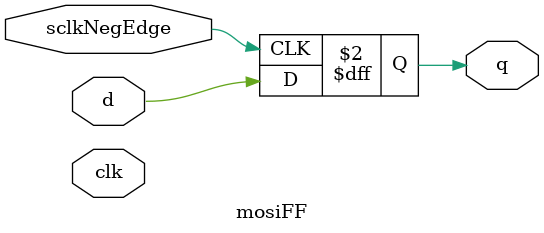
<source format=v>
module mosiFF(clk, sclkNegEdge, d, q);
input clk, sclkNegEdge, d;
output reg q;

always @(posedge sclkNegEdge) begin
	q <= d;

end
endmodule


</source>
